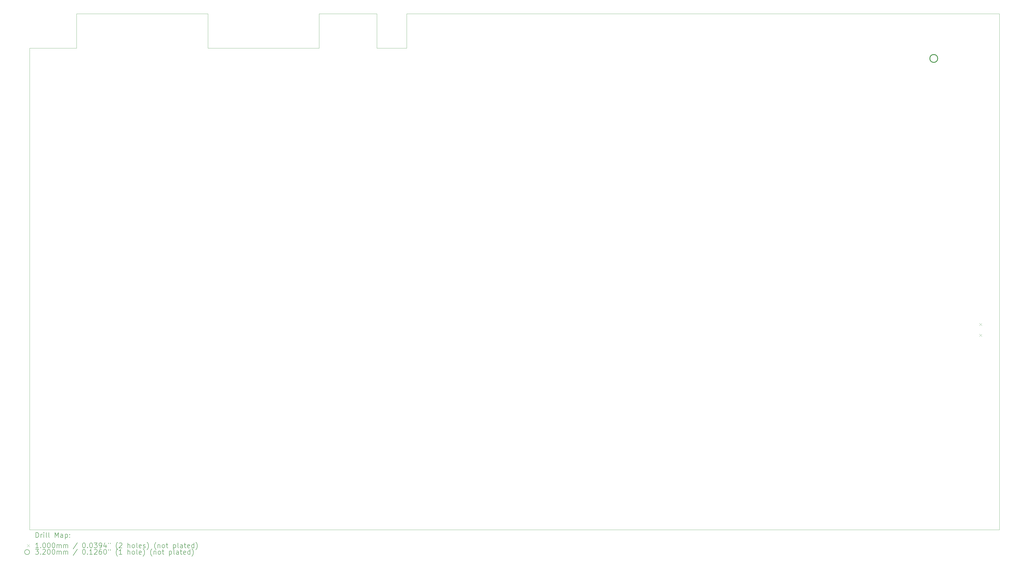
<source format=gbr>
%FSLAX45Y45*%
G04 Gerber Fmt 4.5, Leading zero omitted, Abs format (unit mm)*
G04 Created by KiCad (PCBNEW (6.0.6)) date 2022-08-03 12:04:53*
%MOMM*%
%LPD*%
G01*
G04 APERTURE LIST*
%TA.AperFunction,Profile*%
%ADD10C,0.100000*%
%TD*%
%ADD11C,0.200000*%
%ADD12C,0.100000*%
%ADD13C,0.320000*%
G04 APERTURE END LIST*
D10*
X15494000Y-3175000D02*
X13144500Y-3175000D01*
X15494000Y-4572000D02*
X15494000Y-3175000D01*
X16700500Y-4572000D02*
X15494000Y-4572000D01*
X16700500Y-3175000D02*
X16700500Y-4572000D01*
X13144500Y-4572000D02*
X13144500Y-3175000D01*
X8636000Y-4572000D02*
X13144500Y-4572000D01*
X1397000Y-4572000D02*
X1397000Y-24130000D01*
X8636000Y-3302000D02*
X8636000Y-4572000D01*
X40767000Y-3175000D02*
X16700500Y-3175000D01*
X40767000Y-24130000D02*
X40767000Y-22733000D01*
X3302000Y-4572000D02*
X3302000Y-3175000D01*
X40767000Y-3175000D02*
X40767000Y-22733000D01*
X8636000Y-3175000D02*
X8636000Y-3302000D01*
X1397000Y-24130000D02*
X40767000Y-24130000D01*
X1397000Y-4572000D02*
X3302000Y-4572000D01*
X3302000Y-3175000D02*
X8636000Y-3175000D01*
D11*
D12*
X39955000Y-15742000D02*
X40055000Y-15842000D01*
X40055000Y-15742000D02*
X39955000Y-15842000D01*
X39955000Y-16182000D02*
X40055000Y-16282000D01*
X40055000Y-16182000D02*
X39955000Y-16282000D01*
D13*
X38260000Y-4992500D02*
G75*
G03*
X38260000Y-4992500I-160000J0D01*
G01*
D11*
X1649619Y-24445476D02*
X1649619Y-24245476D01*
X1697238Y-24245476D01*
X1725809Y-24255000D01*
X1744857Y-24274048D01*
X1754381Y-24293095D01*
X1763905Y-24331190D01*
X1763905Y-24359762D01*
X1754381Y-24397857D01*
X1744857Y-24416905D01*
X1725809Y-24435952D01*
X1697238Y-24445476D01*
X1649619Y-24445476D01*
X1849619Y-24445476D02*
X1849619Y-24312143D01*
X1849619Y-24350238D02*
X1859143Y-24331190D01*
X1868667Y-24321667D01*
X1887714Y-24312143D01*
X1906762Y-24312143D01*
X1973428Y-24445476D02*
X1973428Y-24312143D01*
X1973428Y-24245476D02*
X1963905Y-24255000D01*
X1973428Y-24264524D01*
X1982952Y-24255000D01*
X1973428Y-24245476D01*
X1973428Y-24264524D01*
X2097238Y-24445476D02*
X2078190Y-24435952D01*
X2068667Y-24416905D01*
X2068667Y-24245476D01*
X2202000Y-24445476D02*
X2182952Y-24435952D01*
X2173429Y-24416905D01*
X2173429Y-24245476D01*
X2430571Y-24445476D02*
X2430571Y-24245476D01*
X2497238Y-24388333D01*
X2563905Y-24245476D01*
X2563905Y-24445476D01*
X2744857Y-24445476D02*
X2744857Y-24340714D01*
X2735333Y-24321667D01*
X2716286Y-24312143D01*
X2678190Y-24312143D01*
X2659143Y-24321667D01*
X2744857Y-24435952D02*
X2725810Y-24445476D01*
X2678190Y-24445476D01*
X2659143Y-24435952D01*
X2649619Y-24416905D01*
X2649619Y-24397857D01*
X2659143Y-24378809D01*
X2678190Y-24369286D01*
X2725810Y-24369286D01*
X2744857Y-24359762D01*
X2840095Y-24312143D02*
X2840095Y-24512143D01*
X2840095Y-24321667D02*
X2859143Y-24312143D01*
X2897238Y-24312143D01*
X2916286Y-24321667D01*
X2925809Y-24331190D01*
X2935333Y-24350238D01*
X2935333Y-24407381D01*
X2925809Y-24426428D01*
X2916286Y-24435952D01*
X2897238Y-24445476D01*
X2859143Y-24445476D01*
X2840095Y-24435952D01*
X3021048Y-24426428D02*
X3030571Y-24435952D01*
X3021048Y-24445476D01*
X3011524Y-24435952D01*
X3021048Y-24426428D01*
X3021048Y-24445476D01*
X3021048Y-24321667D02*
X3030571Y-24331190D01*
X3021048Y-24340714D01*
X3011524Y-24331190D01*
X3021048Y-24321667D01*
X3021048Y-24340714D01*
D12*
X1292000Y-24725000D02*
X1392000Y-24825000D01*
X1392000Y-24725000D02*
X1292000Y-24825000D01*
D11*
X1754381Y-24865476D02*
X1640095Y-24865476D01*
X1697238Y-24865476D02*
X1697238Y-24665476D01*
X1678190Y-24694048D01*
X1659143Y-24713095D01*
X1640095Y-24722619D01*
X1840095Y-24846428D02*
X1849619Y-24855952D01*
X1840095Y-24865476D01*
X1830571Y-24855952D01*
X1840095Y-24846428D01*
X1840095Y-24865476D01*
X1973428Y-24665476D02*
X1992476Y-24665476D01*
X2011524Y-24675000D01*
X2021048Y-24684524D01*
X2030571Y-24703571D01*
X2040095Y-24741667D01*
X2040095Y-24789286D01*
X2030571Y-24827381D01*
X2021048Y-24846428D01*
X2011524Y-24855952D01*
X1992476Y-24865476D01*
X1973428Y-24865476D01*
X1954381Y-24855952D01*
X1944857Y-24846428D01*
X1935333Y-24827381D01*
X1925809Y-24789286D01*
X1925809Y-24741667D01*
X1935333Y-24703571D01*
X1944857Y-24684524D01*
X1954381Y-24675000D01*
X1973428Y-24665476D01*
X2163905Y-24665476D02*
X2182952Y-24665476D01*
X2202000Y-24675000D01*
X2211524Y-24684524D01*
X2221048Y-24703571D01*
X2230571Y-24741667D01*
X2230571Y-24789286D01*
X2221048Y-24827381D01*
X2211524Y-24846428D01*
X2202000Y-24855952D01*
X2182952Y-24865476D01*
X2163905Y-24865476D01*
X2144857Y-24855952D01*
X2135333Y-24846428D01*
X2125810Y-24827381D01*
X2116286Y-24789286D01*
X2116286Y-24741667D01*
X2125810Y-24703571D01*
X2135333Y-24684524D01*
X2144857Y-24675000D01*
X2163905Y-24665476D01*
X2354381Y-24665476D02*
X2373429Y-24665476D01*
X2392476Y-24675000D01*
X2402000Y-24684524D01*
X2411524Y-24703571D01*
X2421048Y-24741667D01*
X2421048Y-24789286D01*
X2411524Y-24827381D01*
X2402000Y-24846428D01*
X2392476Y-24855952D01*
X2373429Y-24865476D01*
X2354381Y-24865476D01*
X2335333Y-24855952D01*
X2325810Y-24846428D01*
X2316286Y-24827381D01*
X2306762Y-24789286D01*
X2306762Y-24741667D01*
X2316286Y-24703571D01*
X2325810Y-24684524D01*
X2335333Y-24675000D01*
X2354381Y-24665476D01*
X2506762Y-24865476D02*
X2506762Y-24732143D01*
X2506762Y-24751190D02*
X2516286Y-24741667D01*
X2535333Y-24732143D01*
X2563905Y-24732143D01*
X2582952Y-24741667D01*
X2592476Y-24760714D01*
X2592476Y-24865476D01*
X2592476Y-24760714D02*
X2602000Y-24741667D01*
X2621048Y-24732143D01*
X2649619Y-24732143D01*
X2668667Y-24741667D01*
X2678190Y-24760714D01*
X2678190Y-24865476D01*
X2773429Y-24865476D02*
X2773429Y-24732143D01*
X2773429Y-24751190D02*
X2782952Y-24741667D01*
X2802000Y-24732143D01*
X2830571Y-24732143D01*
X2849619Y-24741667D01*
X2859143Y-24760714D01*
X2859143Y-24865476D01*
X2859143Y-24760714D02*
X2868667Y-24741667D01*
X2887714Y-24732143D01*
X2916286Y-24732143D01*
X2935333Y-24741667D01*
X2944857Y-24760714D01*
X2944857Y-24865476D01*
X3335333Y-24655952D02*
X3163905Y-24913095D01*
X3592476Y-24665476D02*
X3611524Y-24665476D01*
X3630571Y-24675000D01*
X3640095Y-24684524D01*
X3649619Y-24703571D01*
X3659143Y-24741667D01*
X3659143Y-24789286D01*
X3649619Y-24827381D01*
X3640095Y-24846428D01*
X3630571Y-24855952D01*
X3611524Y-24865476D01*
X3592476Y-24865476D01*
X3573428Y-24855952D01*
X3563905Y-24846428D01*
X3554381Y-24827381D01*
X3544857Y-24789286D01*
X3544857Y-24741667D01*
X3554381Y-24703571D01*
X3563905Y-24684524D01*
X3573428Y-24675000D01*
X3592476Y-24665476D01*
X3744857Y-24846428D02*
X3754381Y-24855952D01*
X3744857Y-24865476D01*
X3735333Y-24855952D01*
X3744857Y-24846428D01*
X3744857Y-24865476D01*
X3878190Y-24665476D02*
X3897238Y-24665476D01*
X3916286Y-24675000D01*
X3925809Y-24684524D01*
X3935333Y-24703571D01*
X3944857Y-24741667D01*
X3944857Y-24789286D01*
X3935333Y-24827381D01*
X3925809Y-24846428D01*
X3916286Y-24855952D01*
X3897238Y-24865476D01*
X3878190Y-24865476D01*
X3859143Y-24855952D01*
X3849619Y-24846428D01*
X3840095Y-24827381D01*
X3830571Y-24789286D01*
X3830571Y-24741667D01*
X3840095Y-24703571D01*
X3849619Y-24684524D01*
X3859143Y-24675000D01*
X3878190Y-24665476D01*
X4011524Y-24665476D02*
X4135333Y-24665476D01*
X4068667Y-24741667D01*
X4097238Y-24741667D01*
X4116286Y-24751190D01*
X4125809Y-24760714D01*
X4135333Y-24779762D01*
X4135333Y-24827381D01*
X4125809Y-24846428D01*
X4116286Y-24855952D01*
X4097238Y-24865476D01*
X4040095Y-24865476D01*
X4021048Y-24855952D01*
X4011524Y-24846428D01*
X4230571Y-24865476D02*
X4268667Y-24865476D01*
X4287714Y-24855952D01*
X4297238Y-24846428D01*
X4316286Y-24817857D01*
X4325810Y-24779762D01*
X4325810Y-24703571D01*
X4316286Y-24684524D01*
X4306762Y-24675000D01*
X4287714Y-24665476D01*
X4249619Y-24665476D01*
X4230571Y-24675000D01*
X4221048Y-24684524D01*
X4211524Y-24703571D01*
X4211524Y-24751190D01*
X4221048Y-24770238D01*
X4230571Y-24779762D01*
X4249619Y-24789286D01*
X4287714Y-24789286D01*
X4306762Y-24779762D01*
X4316286Y-24770238D01*
X4325810Y-24751190D01*
X4497238Y-24732143D02*
X4497238Y-24865476D01*
X4449619Y-24655952D02*
X4402000Y-24798809D01*
X4525810Y-24798809D01*
X4592476Y-24665476D02*
X4592476Y-24703571D01*
X4668667Y-24665476D02*
X4668667Y-24703571D01*
X4963905Y-24941667D02*
X4954381Y-24932143D01*
X4935333Y-24903571D01*
X4925810Y-24884524D01*
X4916286Y-24855952D01*
X4906762Y-24808333D01*
X4906762Y-24770238D01*
X4916286Y-24722619D01*
X4925810Y-24694048D01*
X4935333Y-24675000D01*
X4954381Y-24646428D01*
X4963905Y-24636905D01*
X5030571Y-24684524D02*
X5040095Y-24675000D01*
X5059143Y-24665476D01*
X5106762Y-24665476D01*
X5125810Y-24675000D01*
X5135333Y-24684524D01*
X5144857Y-24703571D01*
X5144857Y-24722619D01*
X5135333Y-24751190D01*
X5021048Y-24865476D01*
X5144857Y-24865476D01*
X5382952Y-24865476D02*
X5382952Y-24665476D01*
X5468667Y-24865476D02*
X5468667Y-24760714D01*
X5459143Y-24741667D01*
X5440095Y-24732143D01*
X5411524Y-24732143D01*
X5392476Y-24741667D01*
X5382952Y-24751190D01*
X5592476Y-24865476D02*
X5573429Y-24855952D01*
X5563905Y-24846428D01*
X5554381Y-24827381D01*
X5554381Y-24770238D01*
X5563905Y-24751190D01*
X5573429Y-24741667D01*
X5592476Y-24732143D01*
X5621048Y-24732143D01*
X5640095Y-24741667D01*
X5649619Y-24751190D01*
X5659143Y-24770238D01*
X5659143Y-24827381D01*
X5649619Y-24846428D01*
X5640095Y-24855952D01*
X5621048Y-24865476D01*
X5592476Y-24865476D01*
X5773428Y-24865476D02*
X5754381Y-24855952D01*
X5744857Y-24836905D01*
X5744857Y-24665476D01*
X5925809Y-24855952D02*
X5906762Y-24865476D01*
X5868667Y-24865476D01*
X5849619Y-24855952D01*
X5840095Y-24836905D01*
X5840095Y-24760714D01*
X5849619Y-24741667D01*
X5868667Y-24732143D01*
X5906762Y-24732143D01*
X5925809Y-24741667D01*
X5935333Y-24760714D01*
X5935333Y-24779762D01*
X5840095Y-24798809D01*
X6011524Y-24855952D02*
X6030571Y-24865476D01*
X6068667Y-24865476D01*
X6087714Y-24855952D01*
X6097238Y-24836905D01*
X6097238Y-24827381D01*
X6087714Y-24808333D01*
X6068667Y-24798809D01*
X6040095Y-24798809D01*
X6021048Y-24789286D01*
X6011524Y-24770238D01*
X6011524Y-24760714D01*
X6021048Y-24741667D01*
X6040095Y-24732143D01*
X6068667Y-24732143D01*
X6087714Y-24741667D01*
X6163905Y-24941667D02*
X6173428Y-24932143D01*
X6192476Y-24903571D01*
X6202000Y-24884524D01*
X6211524Y-24855952D01*
X6221048Y-24808333D01*
X6221048Y-24770238D01*
X6211524Y-24722619D01*
X6202000Y-24694048D01*
X6192476Y-24675000D01*
X6173428Y-24646428D01*
X6163905Y-24636905D01*
X6525809Y-24941667D02*
X6516286Y-24932143D01*
X6497238Y-24903571D01*
X6487714Y-24884524D01*
X6478190Y-24855952D01*
X6468667Y-24808333D01*
X6468667Y-24770238D01*
X6478190Y-24722619D01*
X6487714Y-24694048D01*
X6497238Y-24675000D01*
X6516286Y-24646428D01*
X6525809Y-24636905D01*
X6602000Y-24732143D02*
X6602000Y-24865476D01*
X6602000Y-24751190D02*
X6611524Y-24741667D01*
X6630571Y-24732143D01*
X6659143Y-24732143D01*
X6678190Y-24741667D01*
X6687714Y-24760714D01*
X6687714Y-24865476D01*
X6811524Y-24865476D02*
X6792476Y-24855952D01*
X6782952Y-24846428D01*
X6773428Y-24827381D01*
X6773428Y-24770238D01*
X6782952Y-24751190D01*
X6792476Y-24741667D01*
X6811524Y-24732143D01*
X6840095Y-24732143D01*
X6859143Y-24741667D01*
X6868667Y-24751190D01*
X6878190Y-24770238D01*
X6878190Y-24827381D01*
X6868667Y-24846428D01*
X6859143Y-24855952D01*
X6840095Y-24865476D01*
X6811524Y-24865476D01*
X6935333Y-24732143D02*
X7011524Y-24732143D01*
X6963905Y-24665476D02*
X6963905Y-24836905D01*
X6973428Y-24855952D01*
X6992476Y-24865476D01*
X7011524Y-24865476D01*
X7230571Y-24732143D02*
X7230571Y-24932143D01*
X7230571Y-24741667D02*
X7249619Y-24732143D01*
X7287714Y-24732143D01*
X7306762Y-24741667D01*
X7316286Y-24751190D01*
X7325809Y-24770238D01*
X7325809Y-24827381D01*
X7316286Y-24846428D01*
X7306762Y-24855952D01*
X7287714Y-24865476D01*
X7249619Y-24865476D01*
X7230571Y-24855952D01*
X7440095Y-24865476D02*
X7421048Y-24855952D01*
X7411524Y-24836905D01*
X7411524Y-24665476D01*
X7602000Y-24865476D02*
X7602000Y-24760714D01*
X7592476Y-24741667D01*
X7573428Y-24732143D01*
X7535333Y-24732143D01*
X7516286Y-24741667D01*
X7602000Y-24855952D02*
X7582952Y-24865476D01*
X7535333Y-24865476D01*
X7516286Y-24855952D01*
X7506762Y-24836905D01*
X7506762Y-24817857D01*
X7516286Y-24798809D01*
X7535333Y-24789286D01*
X7582952Y-24789286D01*
X7602000Y-24779762D01*
X7668667Y-24732143D02*
X7744857Y-24732143D01*
X7697238Y-24665476D02*
X7697238Y-24836905D01*
X7706762Y-24855952D01*
X7725809Y-24865476D01*
X7744857Y-24865476D01*
X7887714Y-24855952D02*
X7868667Y-24865476D01*
X7830571Y-24865476D01*
X7811524Y-24855952D01*
X7802000Y-24836905D01*
X7802000Y-24760714D01*
X7811524Y-24741667D01*
X7830571Y-24732143D01*
X7868667Y-24732143D01*
X7887714Y-24741667D01*
X7897238Y-24760714D01*
X7897238Y-24779762D01*
X7802000Y-24798809D01*
X8068667Y-24865476D02*
X8068667Y-24665476D01*
X8068667Y-24855952D02*
X8049619Y-24865476D01*
X8011524Y-24865476D01*
X7992476Y-24855952D01*
X7982952Y-24846428D01*
X7973428Y-24827381D01*
X7973428Y-24770238D01*
X7982952Y-24751190D01*
X7992476Y-24741667D01*
X8011524Y-24732143D01*
X8049619Y-24732143D01*
X8068667Y-24741667D01*
X8144857Y-24941667D02*
X8154381Y-24932143D01*
X8173428Y-24903571D01*
X8182952Y-24884524D01*
X8192476Y-24855952D01*
X8202000Y-24808333D01*
X8202000Y-24770238D01*
X8192476Y-24722619D01*
X8182952Y-24694048D01*
X8173428Y-24675000D01*
X8154381Y-24646428D01*
X8144857Y-24636905D01*
X1392000Y-25039000D02*
G75*
G03*
X1392000Y-25039000I-100000J0D01*
G01*
X1630571Y-24929476D02*
X1754381Y-24929476D01*
X1687714Y-25005667D01*
X1716286Y-25005667D01*
X1735333Y-25015190D01*
X1744857Y-25024714D01*
X1754381Y-25043762D01*
X1754381Y-25091381D01*
X1744857Y-25110428D01*
X1735333Y-25119952D01*
X1716286Y-25129476D01*
X1659143Y-25129476D01*
X1640095Y-25119952D01*
X1630571Y-25110428D01*
X1840095Y-25110428D02*
X1849619Y-25119952D01*
X1840095Y-25129476D01*
X1830571Y-25119952D01*
X1840095Y-25110428D01*
X1840095Y-25129476D01*
X1925809Y-24948524D02*
X1935333Y-24939000D01*
X1954381Y-24929476D01*
X2002000Y-24929476D01*
X2021048Y-24939000D01*
X2030571Y-24948524D01*
X2040095Y-24967571D01*
X2040095Y-24986619D01*
X2030571Y-25015190D01*
X1916286Y-25129476D01*
X2040095Y-25129476D01*
X2163905Y-24929476D02*
X2182952Y-24929476D01*
X2202000Y-24939000D01*
X2211524Y-24948524D01*
X2221048Y-24967571D01*
X2230571Y-25005667D01*
X2230571Y-25053286D01*
X2221048Y-25091381D01*
X2211524Y-25110428D01*
X2202000Y-25119952D01*
X2182952Y-25129476D01*
X2163905Y-25129476D01*
X2144857Y-25119952D01*
X2135333Y-25110428D01*
X2125810Y-25091381D01*
X2116286Y-25053286D01*
X2116286Y-25005667D01*
X2125810Y-24967571D01*
X2135333Y-24948524D01*
X2144857Y-24939000D01*
X2163905Y-24929476D01*
X2354381Y-24929476D02*
X2373429Y-24929476D01*
X2392476Y-24939000D01*
X2402000Y-24948524D01*
X2411524Y-24967571D01*
X2421048Y-25005667D01*
X2421048Y-25053286D01*
X2411524Y-25091381D01*
X2402000Y-25110428D01*
X2392476Y-25119952D01*
X2373429Y-25129476D01*
X2354381Y-25129476D01*
X2335333Y-25119952D01*
X2325810Y-25110428D01*
X2316286Y-25091381D01*
X2306762Y-25053286D01*
X2306762Y-25005667D01*
X2316286Y-24967571D01*
X2325810Y-24948524D01*
X2335333Y-24939000D01*
X2354381Y-24929476D01*
X2506762Y-25129476D02*
X2506762Y-24996143D01*
X2506762Y-25015190D02*
X2516286Y-25005667D01*
X2535333Y-24996143D01*
X2563905Y-24996143D01*
X2582952Y-25005667D01*
X2592476Y-25024714D01*
X2592476Y-25129476D01*
X2592476Y-25024714D02*
X2602000Y-25005667D01*
X2621048Y-24996143D01*
X2649619Y-24996143D01*
X2668667Y-25005667D01*
X2678190Y-25024714D01*
X2678190Y-25129476D01*
X2773429Y-25129476D02*
X2773429Y-24996143D01*
X2773429Y-25015190D02*
X2782952Y-25005667D01*
X2802000Y-24996143D01*
X2830571Y-24996143D01*
X2849619Y-25005667D01*
X2859143Y-25024714D01*
X2859143Y-25129476D01*
X2859143Y-25024714D02*
X2868667Y-25005667D01*
X2887714Y-24996143D01*
X2916286Y-24996143D01*
X2935333Y-25005667D01*
X2944857Y-25024714D01*
X2944857Y-25129476D01*
X3335333Y-24919952D02*
X3163905Y-25177095D01*
X3592476Y-24929476D02*
X3611524Y-24929476D01*
X3630571Y-24939000D01*
X3640095Y-24948524D01*
X3649619Y-24967571D01*
X3659143Y-25005667D01*
X3659143Y-25053286D01*
X3649619Y-25091381D01*
X3640095Y-25110428D01*
X3630571Y-25119952D01*
X3611524Y-25129476D01*
X3592476Y-25129476D01*
X3573428Y-25119952D01*
X3563905Y-25110428D01*
X3554381Y-25091381D01*
X3544857Y-25053286D01*
X3544857Y-25005667D01*
X3554381Y-24967571D01*
X3563905Y-24948524D01*
X3573428Y-24939000D01*
X3592476Y-24929476D01*
X3744857Y-25110428D02*
X3754381Y-25119952D01*
X3744857Y-25129476D01*
X3735333Y-25119952D01*
X3744857Y-25110428D01*
X3744857Y-25129476D01*
X3944857Y-25129476D02*
X3830571Y-25129476D01*
X3887714Y-25129476D02*
X3887714Y-24929476D01*
X3868667Y-24958048D01*
X3849619Y-24977095D01*
X3830571Y-24986619D01*
X4021048Y-24948524D02*
X4030571Y-24939000D01*
X4049619Y-24929476D01*
X4097238Y-24929476D01*
X4116286Y-24939000D01*
X4125809Y-24948524D01*
X4135333Y-24967571D01*
X4135333Y-24986619D01*
X4125809Y-25015190D01*
X4011524Y-25129476D01*
X4135333Y-25129476D01*
X4306762Y-24929476D02*
X4268667Y-24929476D01*
X4249619Y-24939000D01*
X4240095Y-24948524D01*
X4221048Y-24977095D01*
X4211524Y-25015190D01*
X4211524Y-25091381D01*
X4221048Y-25110428D01*
X4230571Y-25119952D01*
X4249619Y-25129476D01*
X4287714Y-25129476D01*
X4306762Y-25119952D01*
X4316286Y-25110428D01*
X4325810Y-25091381D01*
X4325810Y-25043762D01*
X4316286Y-25024714D01*
X4306762Y-25015190D01*
X4287714Y-25005667D01*
X4249619Y-25005667D01*
X4230571Y-25015190D01*
X4221048Y-25024714D01*
X4211524Y-25043762D01*
X4449619Y-24929476D02*
X4468667Y-24929476D01*
X4487714Y-24939000D01*
X4497238Y-24948524D01*
X4506762Y-24967571D01*
X4516286Y-25005667D01*
X4516286Y-25053286D01*
X4506762Y-25091381D01*
X4497238Y-25110428D01*
X4487714Y-25119952D01*
X4468667Y-25129476D01*
X4449619Y-25129476D01*
X4430571Y-25119952D01*
X4421048Y-25110428D01*
X4411524Y-25091381D01*
X4402000Y-25053286D01*
X4402000Y-25005667D01*
X4411524Y-24967571D01*
X4421048Y-24948524D01*
X4430571Y-24939000D01*
X4449619Y-24929476D01*
X4592476Y-24929476D02*
X4592476Y-24967571D01*
X4668667Y-24929476D02*
X4668667Y-24967571D01*
X4963905Y-25205667D02*
X4954381Y-25196143D01*
X4935333Y-25167571D01*
X4925810Y-25148524D01*
X4916286Y-25119952D01*
X4906762Y-25072333D01*
X4906762Y-25034238D01*
X4916286Y-24986619D01*
X4925810Y-24958048D01*
X4935333Y-24939000D01*
X4954381Y-24910428D01*
X4963905Y-24900905D01*
X5144857Y-25129476D02*
X5030571Y-25129476D01*
X5087714Y-25129476D02*
X5087714Y-24929476D01*
X5068667Y-24958048D01*
X5049619Y-24977095D01*
X5030571Y-24986619D01*
X5382952Y-25129476D02*
X5382952Y-24929476D01*
X5468667Y-25129476D02*
X5468667Y-25024714D01*
X5459143Y-25005667D01*
X5440095Y-24996143D01*
X5411524Y-24996143D01*
X5392476Y-25005667D01*
X5382952Y-25015190D01*
X5592476Y-25129476D02*
X5573429Y-25119952D01*
X5563905Y-25110428D01*
X5554381Y-25091381D01*
X5554381Y-25034238D01*
X5563905Y-25015190D01*
X5573429Y-25005667D01*
X5592476Y-24996143D01*
X5621048Y-24996143D01*
X5640095Y-25005667D01*
X5649619Y-25015190D01*
X5659143Y-25034238D01*
X5659143Y-25091381D01*
X5649619Y-25110428D01*
X5640095Y-25119952D01*
X5621048Y-25129476D01*
X5592476Y-25129476D01*
X5773428Y-25129476D02*
X5754381Y-25119952D01*
X5744857Y-25100905D01*
X5744857Y-24929476D01*
X5925809Y-25119952D02*
X5906762Y-25129476D01*
X5868667Y-25129476D01*
X5849619Y-25119952D01*
X5840095Y-25100905D01*
X5840095Y-25024714D01*
X5849619Y-25005667D01*
X5868667Y-24996143D01*
X5906762Y-24996143D01*
X5925809Y-25005667D01*
X5935333Y-25024714D01*
X5935333Y-25043762D01*
X5840095Y-25062809D01*
X6002000Y-25205667D02*
X6011524Y-25196143D01*
X6030571Y-25167571D01*
X6040095Y-25148524D01*
X6049619Y-25119952D01*
X6059143Y-25072333D01*
X6059143Y-25034238D01*
X6049619Y-24986619D01*
X6040095Y-24958048D01*
X6030571Y-24939000D01*
X6011524Y-24910428D01*
X6002000Y-24900905D01*
X6363905Y-25205667D02*
X6354381Y-25196143D01*
X6335333Y-25167571D01*
X6325809Y-25148524D01*
X6316286Y-25119952D01*
X6306762Y-25072333D01*
X6306762Y-25034238D01*
X6316286Y-24986619D01*
X6325809Y-24958048D01*
X6335333Y-24939000D01*
X6354381Y-24910428D01*
X6363905Y-24900905D01*
X6440095Y-24996143D02*
X6440095Y-25129476D01*
X6440095Y-25015190D02*
X6449619Y-25005667D01*
X6468667Y-24996143D01*
X6497238Y-24996143D01*
X6516286Y-25005667D01*
X6525809Y-25024714D01*
X6525809Y-25129476D01*
X6649619Y-25129476D02*
X6630571Y-25119952D01*
X6621048Y-25110428D01*
X6611524Y-25091381D01*
X6611524Y-25034238D01*
X6621048Y-25015190D01*
X6630571Y-25005667D01*
X6649619Y-24996143D01*
X6678190Y-24996143D01*
X6697238Y-25005667D01*
X6706762Y-25015190D01*
X6716286Y-25034238D01*
X6716286Y-25091381D01*
X6706762Y-25110428D01*
X6697238Y-25119952D01*
X6678190Y-25129476D01*
X6649619Y-25129476D01*
X6773428Y-24996143D02*
X6849619Y-24996143D01*
X6802000Y-24929476D02*
X6802000Y-25100905D01*
X6811524Y-25119952D01*
X6830571Y-25129476D01*
X6849619Y-25129476D01*
X7068667Y-24996143D02*
X7068667Y-25196143D01*
X7068667Y-25005667D02*
X7087714Y-24996143D01*
X7125809Y-24996143D01*
X7144857Y-25005667D01*
X7154381Y-25015190D01*
X7163905Y-25034238D01*
X7163905Y-25091381D01*
X7154381Y-25110428D01*
X7144857Y-25119952D01*
X7125809Y-25129476D01*
X7087714Y-25129476D01*
X7068667Y-25119952D01*
X7278190Y-25129476D02*
X7259143Y-25119952D01*
X7249619Y-25100905D01*
X7249619Y-24929476D01*
X7440095Y-25129476D02*
X7440095Y-25024714D01*
X7430571Y-25005667D01*
X7411524Y-24996143D01*
X7373428Y-24996143D01*
X7354381Y-25005667D01*
X7440095Y-25119952D02*
X7421048Y-25129476D01*
X7373428Y-25129476D01*
X7354381Y-25119952D01*
X7344857Y-25100905D01*
X7344857Y-25081857D01*
X7354381Y-25062809D01*
X7373428Y-25053286D01*
X7421048Y-25053286D01*
X7440095Y-25043762D01*
X7506762Y-24996143D02*
X7582952Y-24996143D01*
X7535333Y-24929476D02*
X7535333Y-25100905D01*
X7544857Y-25119952D01*
X7563905Y-25129476D01*
X7582952Y-25129476D01*
X7725809Y-25119952D02*
X7706762Y-25129476D01*
X7668667Y-25129476D01*
X7649619Y-25119952D01*
X7640095Y-25100905D01*
X7640095Y-25024714D01*
X7649619Y-25005667D01*
X7668667Y-24996143D01*
X7706762Y-24996143D01*
X7725809Y-25005667D01*
X7735333Y-25024714D01*
X7735333Y-25043762D01*
X7640095Y-25062809D01*
X7906762Y-25129476D02*
X7906762Y-24929476D01*
X7906762Y-25119952D02*
X7887714Y-25129476D01*
X7849619Y-25129476D01*
X7830571Y-25119952D01*
X7821048Y-25110428D01*
X7811524Y-25091381D01*
X7811524Y-25034238D01*
X7821048Y-25015190D01*
X7830571Y-25005667D01*
X7849619Y-24996143D01*
X7887714Y-24996143D01*
X7906762Y-25005667D01*
X7982952Y-25205667D02*
X7992476Y-25196143D01*
X8011524Y-25167571D01*
X8021048Y-25148524D01*
X8030571Y-25119952D01*
X8040095Y-25072333D01*
X8040095Y-25034238D01*
X8030571Y-24986619D01*
X8021048Y-24958048D01*
X8011524Y-24939000D01*
X7992476Y-24910428D01*
X7982952Y-24900905D01*
M02*

</source>
